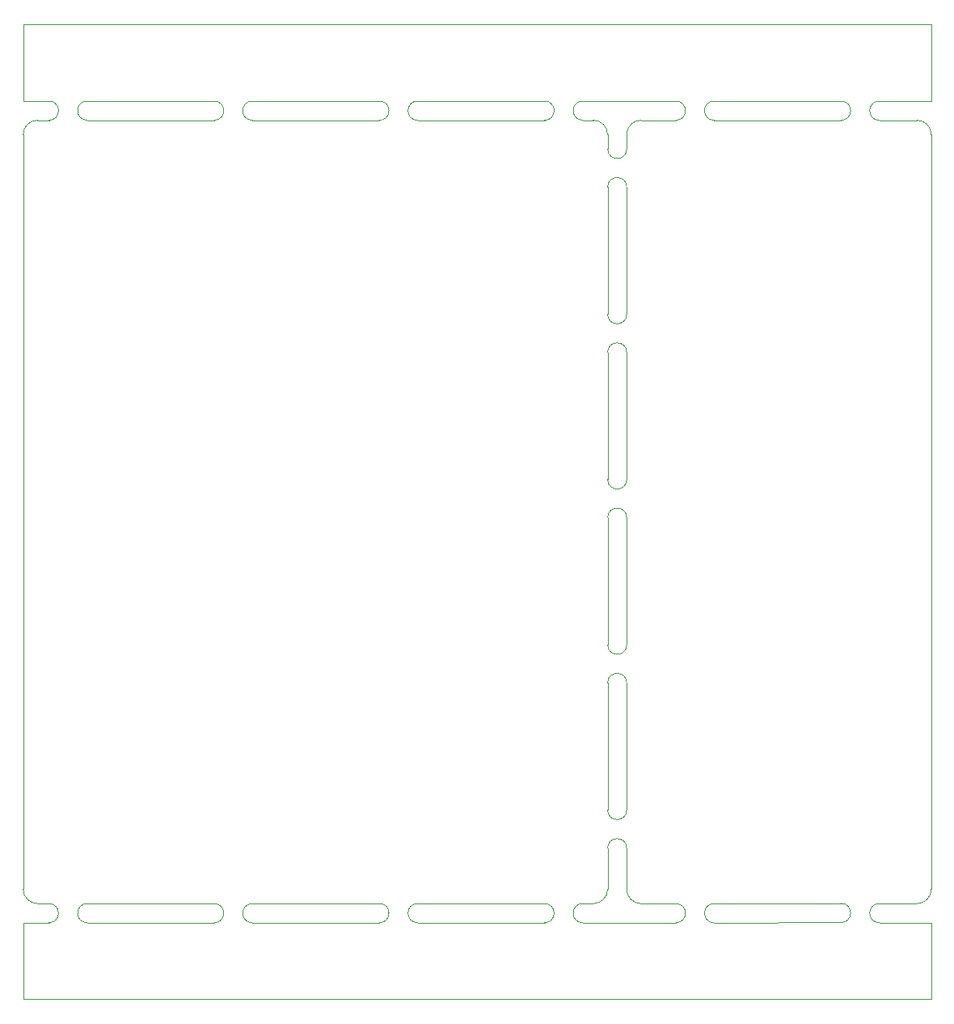
<source format=gm1>
%TF.GenerationSoftware,KiCad,Pcbnew,8.0.5*%
%TF.CreationDate,2025-06-19T13:46:46-07:00*%
%TF.ProjectId,clock,636c6f63-6b2e-46b6-9963-61645f706362,rev?*%
%TF.SameCoordinates,Original*%
%TF.FileFunction,Profile,NP*%
%FSLAX46Y46*%
G04 Gerber Fmt 4.6, Leading zero omitted, Abs format (unit mm)*
G04 Created by KiCad (PCBNEW 8.0.5) date 2025-06-19 13:46:46*
%MOMM*%
%LPD*%
G01*
G04 APERTURE LIST*
%TA.AperFunction,Profile*%
%ADD10C,0.100000*%
%TD*%
G04 APERTURE END LIST*
D10*
X227950000Y-117000000D02*
G75*
G02*
X227950000Y-119000000I0J-1000000D01*
G01*
X159600000Y-211000000D02*
X254700000Y-211000000D01*
X222800000Y-126000000D02*
X222800000Y-139300000D01*
X231950000Y-117000000D02*
X245250000Y-117000000D01*
X254700000Y-199500000D02*
G75*
G02*
X253200000Y-201000000I-1500000J0D01*
G01*
X162300000Y-203000000D02*
X159600000Y-203000000D01*
X162300000Y-201000000D02*
X161100000Y-201000000D01*
X254700000Y-199500000D02*
X254700000Y-120500000D01*
X224300000Y-119000000D02*
X227950000Y-119000000D01*
X196900000Y-200995000D02*
G75*
G02*
X196900000Y-202995000I0J-1000000D01*
G01*
X220800000Y-160600000D02*
G75*
G02*
X222800000Y-160600000I1000000J0D01*
G01*
X222800000Y-160600000D02*
X222800000Y-173900000D01*
X231950000Y-119000000D02*
X245250000Y-119000000D01*
X224300000Y-201000000D02*
G75*
G02*
X222800000Y-199500000I0J1500000D01*
G01*
X222800000Y-177900000D02*
X222800000Y-191200000D01*
X220800000Y-195200000D02*
X220800000Y-199500000D01*
X222800000Y-122000000D02*
G75*
G02*
X220800000Y-122000000I-1000000J0D01*
G01*
X222800000Y-143300000D02*
X222800000Y-156600000D01*
X218200000Y-117000000D02*
X227950000Y-117000000D01*
X219300000Y-201000000D02*
X218200000Y-201000000D01*
X231950000Y-119000000D02*
G75*
G02*
X231950000Y-117000000I0J1000000D01*
G01*
X218200000Y-203000000D02*
G75*
G02*
X218200000Y-201000000I0J1000000D01*
G01*
X162300000Y-117000000D02*
G75*
G02*
X162300000Y-119000000I0J-1000000D01*
G01*
X200900000Y-119000000D02*
X214200000Y-119000000D01*
X249250000Y-119000000D02*
X253200000Y-119000000D01*
X220800000Y-126000000D02*
X220800000Y-139300000D01*
X183600000Y-119000000D02*
G75*
G02*
X183600000Y-117000000I0J1000000D01*
G01*
X200900000Y-117000000D02*
X214200000Y-117000000D01*
X179600000Y-117000000D02*
G75*
G02*
X179600000Y-119000000I0J-1000000D01*
G01*
X220800000Y-143300000D02*
G75*
G02*
X222800000Y-143300000I1000000J0D01*
G01*
X214200000Y-201000000D02*
X200900000Y-200995000D01*
X214200000Y-201000000D02*
G75*
G02*
X214200000Y-203000000I0J-1000000D01*
G01*
X245250000Y-202975000D02*
X231950000Y-203000000D01*
X220800000Y-143300000D02*
X220800000Y-156600000D01*
X166300000Y-119000000D02*
G75*
G02*
X166300000Y-117000000I0J1000000D01*
G01*
X222800000Y-195200000D02*
X222800000Y-199500000D01*
X161100000Y-119000000D02*
X162300000Y-119000000D01*
X166300000Y-117000000D02*
X179600000Y-117000000D01*
X254700000Y-211000000D02*
X254700000Y-203000000D01*
X249250000Y-203000000D02*
G75*
G02*
X249250000Y-201000000I0J1000000D01*
G01*
X159600000Y-108980000D02*
X159600000Y-116980000D01*
X231950000Y-201000000D02*
X245250000Y-200975000D01*
X249250000Y-119000000D02*
G75*
G02*
X249250000Y-117000000I0J1000000D01*
G01*
X218200000Y-119000000D02*
X219300000Y-119000000D01*
X220800000Y-195200000D02*
G75*
G02*
X222800000Y-195200000I1000000J0D01*
G01*
X159600000Y-116980000D02*
X162300000Y-117000000D01*
X183600000Y-117000000D02*
X196900000Y-117000000D01*
X222800000Y-173900000D02*
G75*
G02*
X220800000Y-173900000I-1000000J0D01*
G01*
X219300000Y-119000000D02*
G75*
G02*
X220800000Y-120500000I0J-1500000D01*
G01*
X249250000Y-201000000D02*
X253200000Y-201000000D01*
X249250000Y-203000000D02*
X254700000Y-203000000D01*
X218200000Y-119000000D02*
G75*
G02*
X218200000Y-117000000I0J1000000D01*
G01*
X166300000Y-203000000D02*
G75*
G02*
X166300000Y-201000000I0J1000000D01*
G01*
X253200000Y-119000000D02*
G75*
G02*
X254700000Y-120500000I0J-1500000D01*
G01*
X218200000Y-203000000D02*
X227950000Y-203000000D01*
X159600000Y-203000000D02*
X159600000Y-211000000D01*
X220800000Y-177900000D02*
X220800000Y-191200000D01*
X222800000Y-191200000D02*
G75*
G02*
X220800000Y-191200000I-1000000J0D01*
G01*
X222800000Y-156600000D02*
G75*
G02*
X220800000Y-156600000I-1000000J0D01*
G01*
X254700000Y-116980000D02*
X254700000Y-108980000D01*
X214200000Y-117000000D02*
G75*
G02*
X214200000Y-119000000I0J-1000000D01*
G01*
X159600000Y-120500000D02*
X159600000Y-199500000D01*
X162300000Y-201000000D02*
G75*
G02*
X162300000Y-203000000I0J-1000000D01*
G01*
X254700000Y-108980000D02*
X159600000Y-108980000D01*
X200900000Y-202995000D02*
X214200000Y-203000000D01*
X222800000Y-120500000D02*
G75*
G02*
X224300000Y-119000000I1500000J0D01*
G01*
X227950000Y-201000000D02*
G75*
G02*
X227950000Y-203000000I0J-1000000D01*
G01*
X179600000Y-201000000D02*
G75*
G02*
X179600000Y-203000000I0J-1000000D01*
G01*
X183600000Y-119000000D02*
X196900000Y-119000000D01*
X183600000Y-201000000D02*
X196900000Y-200995000D01*
X220800000Y-160600000D02*
X220800000Y-173900000D01*
X231950000Y-203000000D02*
G75*
G02*
X231950000Y-201000000I0J1000000D01*
G01*
X220800000Y-120500000D02*
X220800000Y-122000000D01*
X161100000Y-201000000D02*
G75*
G02*
X159600000Y-199500000I0J1500000D01*
G01*
X224300000Y-201000000D02*
X227950000Y-201000000D01*
X245250000Y-200975000D02*
G75*
G02*
X245250000Y-202975000I0J-1000000D01*
G01*
X196900000Y-117000000D02*
G75*
G02*
X196900000Y-119000000I0J-1000000D01*
G01*
X183600000Y-203000000D02*
G75*
G02*
X183600000Y-201000000I0J1000000D01*
G01*
X249250000Y-117000000D02*
X254700000Y-116980000D01*
X183600000Y-203000000D02*
X196900000Y-202995000D01*
X179600000Y-201000000D02*
X166300000Y-201000000D01*
X200900000Y-202995000D02*
G75*
G02*
X200900000Y-200995000I0J1000000D01*
G01*
X159600000Y-120500000D02*
G75*
G02*
X161100000Y-119000000I1500000J0D01*
G01*
X222800000Y-139300000D02*
G75*
G02*
X220800000Y-139300000I-1000000J0D01*
G01*
X220800000Y-126000000D02*
G75*
G02*
X222800000Y-126000000I1000000J0D01*
G01*
X220800000Y-177900000D02*
G75*
G02*
X222800000Y-177900000I1000000J0D01*
G01*
X222800000Y-120500000D02*
X222800000Y-122000000D01*
X166300000Y-119000000D02*
X179600000Y-119000000D01*
X220800000Y-199500000D02*
G75*
G02*
X219300000Y-201000000I-1500000J0D01*
G01*
X166300000Y-203000000D02*
X179600000Y-203000000D01*
X200900000Y-119000000D02*
G75*
G02*
X200900000Y-117000000I0J1000000D01*
G01*
X245250000Y-117000000D02*
G75*
G02*
X245250000Y-119000000I0J-1000000D01*
G01*
M02*

</source>
